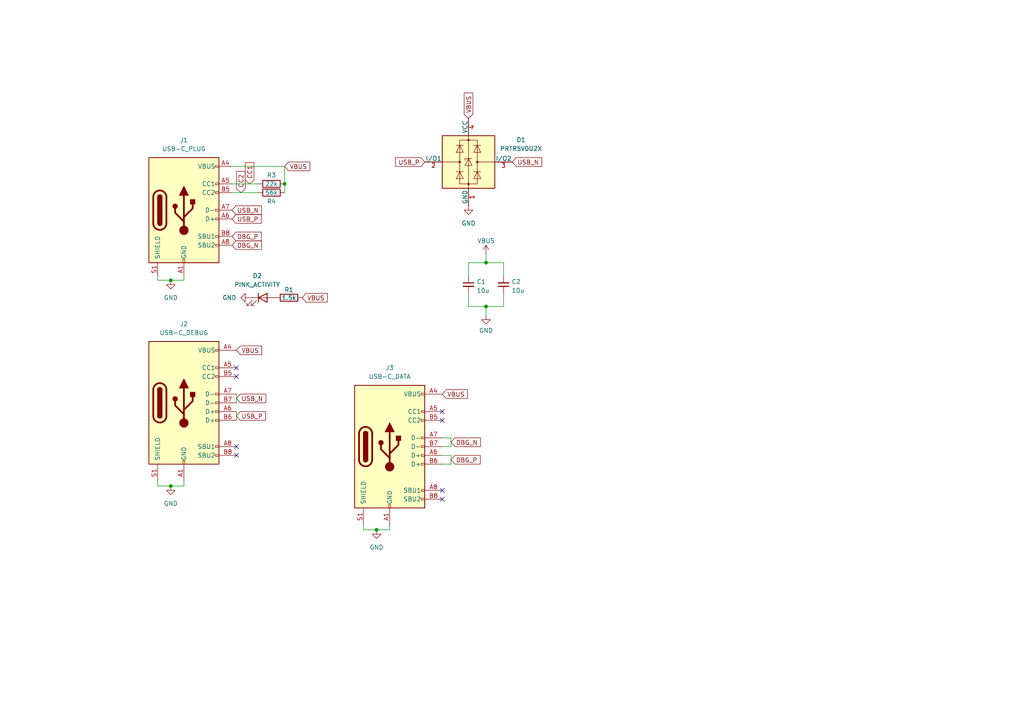
<source format=kicad_sch>
(kicad_sch (version 20231120) (generator "eeschema") (generator_version "8.0")
  (paper "A4")
  (lib_symbols
    (symbol "1_My_Symbols:USB_C_Debug_Plug" (pin_names (offset 1.016))
      (property "Reference" "P" (at -10.16 19.05 0))
      (property "Value" "USB_C_Debug_Plug" (at 12.7 19.05 0))
      (symbol "USB_C_Debug_Plug_0_0"
        (rectangle (start -0.254 -15.24) (end 0.254 -14.224))
        (rectangle (start 10.16 -9.906) (end 9.144 -10.414))
        (rectangle (start 10.16 -7.366) (end 9.144 -7.874))
        (rectangle (start 10.16 -2.286) (end 9.144 -2.794))
        (rectangle (start 10.16 0.254) (end 9.144 -0.254))
        (rectangle (start 10.16 5.334) (end 9.144 4.826))
        (rectangle (start 10.16 7.874) (end 9.144 7.366))
        (rectangle (start 10.16 12.954) (end 9.144 12.446))
        (pin bidirectional line (at 13.97 -10.16 180) (length 3.81) (name "SBU2") (number "A8"))
        (pin bidirectional line (at 13.97 -7.62 180) (length 3.81) (name "SBU1") (number "B8"))
      )
      (symbol "USB_C_Debug_Plug_0_1"
        (rectangle (start -10.16 15.24) (end 10.16 -15.24) (stroke (width 0.254)) (fill (type background)))
        (arc (start -8.89 -3.81) (mid -6.985 -5.7067) (end -5.08 -3.81) (stroke (width 0.508)))
        (arc (start -7.62 -3.81) (mid -6.985 -4.4423) (end -6.35 -3.81) (stroke (width 0.254)))
        (arc (start -7.62 -3.81) (mid -6.985 -4.4423) (end -6.35 -3.81) (stroke (width 0.254)) (fill (type outline)))
        (rectangle (start -7.62 -3.81) (end -6.35 3.81) (stroke (width 0.254)) (fill (type outline)))
        (arc (start -6.35 3.81) (mid -6.985 4.4423) (end -7.62 3.81) (stroke (width 0.254)))
        (arc (start -6.35 3.81) (mid -6.985 4.4423) (end -7.62 3.81) (stroke (width 0.254)) (fill (type outline)))
        (arc (start -5.08 3.81) (mid -6.985 5.7067) (end -8.89 3.81) (stroke (width 0.508)))
        (circle (center -2.54 1.143) (radius 0.635) (stroke (width 0.254)) (fill (type outline)))
        (circle (center 0 -5.842) (radius 1.27) (fill (type outline)))
        (polyline (pts (xy -8.89 -3.81) (xy -8.89 3.81)) (stroke (width 0.508)))
        (polyline (pts (xy -5.08 3.81) (xy -5.08 -3.81)) (stroke (width 0.508)))
        (polyline (pts (xy 0 -5.842) (xy 0 4.318)) (stroke (width 0.508)))
        (polyline (pts (xy 0 -3.302) (xy -2.54 -0.762) (xy -2.54 0.508)) (stroke (width 0.508)))
        (polyline (pts (xy 0 -2.032) (xy 2.54 0.508) (xy 2.54 1.778)) (stroke (width 0.508)))
        (polyline (pts (xy -1.27 4.318) (xy 0 6.858) (xy 1.27 4.318) (xy -1.27 4.318)) (stroke (width 0.254)) (fill (type outline)))
        (rectangle (start 1.905 1.778) (end 3.175 3.048) (stroke (width 0.254)) (fill (type outline)))
      )
      (symbol "USB_C_Debug_Plug_1_1"
        (pin passive line (at 0 -19.05 90) (length 3.81) (name "GND") (number "A1"))
        (pin passive line (at 0 -19.05 90) (length 3.81) hide (name "GND") (number "A12"))
        (pin passive line (at 13.97 12.7 180) (length 3.81) (name "VBUS") (number "A4"))
        (pin bidirectional line (at 13.97 7.62 180) (length 3.81) (name "CC1") (number "A5"))
        (pin bidirectional line (at 13.97 -2.54 180) (length 3.81) (name "D+") (number "A6"))
        (pin bidirectional line (at 13.97 0 180) (length 3.81) (name "D-") (number "A7"))
        (pin passive line (at 13.97 12.7 180) (length 3.81) hide (name "VBUS") (number "A9"))
        (pin passive line (at 0 -19.05 90) (length 3.81) hide (name "GND") (number "B1"))
        (pin passive line (at 0 -19.05 90) (length 3.81) hide (name "GND") (number "B12"))
        (pin passive line (at 13.97 12.7 180) (length 3.81) hide (name "VBUS") (number "B4"))
        (pin bidirectional line (at 13.97 5.08 180) (length 3.81) (name "CC2") (number "B5"))
        (pin passive line (at 13.97 12.7 180) (length 3.81) hide (name "VBUS") (number "B9"))
        (pin passive line (at -7.62 -19.05 90) (length 3.81) (name "SHIELD") (number "S1"))
      )
    )
    (symbol "Connector:USB_C_Receptacle_USB2.0" (pin_names (offset 1.016))
      (property "Reference" "J" (at -10.16 19.05 0))
      (property "Value" "USB_C_Receptacle_USB2.0" (at 19.05 19.05 0))
      (symbol "USB_C_Receptacle_USB2.0_0_0"
        (rectangle (start -0.254 -17.78) (end 0.254 -16.764))
        (rectangle (start 10.16 -14.986) (end 9.144 -15.494))
        (rectangle (start 10.16 -12.446) (end 9.144 -12.954))
        (rectangle (start 10.16 -4.826) (end 9.144 -5.334))
        (rectangle (start 10.16 -2.286) (end 9.144 -2.794))
        (rectangle (start 10.16 0.254) (end 9.144 -0.254))
        (rectangle (start 10.16 2.794) (end 9.144 2.286))
        (rectangle (start 10.16 7.874) (end 9.144 7.366))
        (rectangle (start 10.16 10.414) (end 9.144 9.906))
        (rectangle (start 10.16 15.494) (end 9.144 14.986))
      )
      (symbol "USB_C_Receptacle_USB2.0_0_1"
        (rectangle (start -10.16 17.78) (end 10.16 -17.78) (stroke (width 0.254)) (fill (type background)))
        (arc (start -8.89 -3.81) (mid -6.985 -5.7067) (end -5.08 -3.81) (stroke (width 0.508)))
        (arc (start -7.62 -3.81) (mid -6.985 -4.4423) (end -6.35 -3.81) (stroke (width 0.254)))
        (arc (start -7.62 -3.81) (mid -6.985 -4.4423) (end -6.35 -3.81) (stroke (width 0.254)) (fill (type outline)))
        (rectangle (start -7.62 -3.81) (end -6.35 3.81) (stroke (width 0.254)) (fill (type outline)))
        (arc (start -6.35 3.81) (mid -6.985 4.4423) (end -7.62 3.81) (stroke (width 0.254)))
        (arc (start -6.35 3.81) (mid -6.985 4.4423) (end -7.62 3.81) (stroke (width 0.254)) (fill (type outline)))
        (arc (start -5.08 3.81) (mid -6.985 5.7067) (end -8.89 3.81) (stroke (width 0.508)))
        (circle (center -2.54 1.143) (radius 0.635) (stroke (width 0.254)) (fill (type outline)))
        (circle (center 0 -5.842) (radius 1.27) (fill (type outline)))
        (polyline (pts (xy -8.89 -3.81) (xy -8.89 3.81)) (stroke (width 0.508)))
        (polyline (pts (xy -5.08 3.81) (xy -5.08 -3.81)) (stroke (width 0.508)))
        (polyline (pts (xy 0 -5.842) (xy 0 4.318)) (stroke (width 0.508)))
        (polyline (pts (xy 0 -3.302) (xy -2.54 -0.762) (xy -2.54 0.508)) (stroke (width 0.508)))
        (polyline (pts (xy 0 -2.032) (xy 2.54 0.508) (xy 2.54 1.778)) (stroke (width 0.508)))
        (polyline (pts (xy -1.27 4.318) (xy 0 6.858) (xy 1.27 4.318) (xy -1.27 4.318)) (stroke (width 0.254)) (fill (type outline)))
        (rectangle (start 1.905 1.778) (end 3.175 3.048) (stroke (width 0.254)) (fill (type outline)))
      )
      (symbol "USB_C_Receptacle_USB2.0_1_1"
        (pin passive line (at 0 -22.86 90) (length 5.08) (name "GND") (number "A1"))
        (pin passive line (at 0 -22.86 90) (length 5.08) hide (name "GND") (number "A12"))
        (pin passive line (at 15.24 15.24 180) (length 5.08) (name "VBUS") (number "A4"))
        (pin bidirectional line (at 15.24 10.16 180) (length 5.08) (name "CC1") (number "A5"))
        (pin bidirectional line (at 15.24 -2.54 180) (length 5.08) (name "D+") (number "A6"))
        (pin bidirectional line (at 15.24 2.54 180) (length 5.08) (name "D-") (number "A7"))
        (pin bidirectional line (at 15.24 -12.7 180) (length 5.08) (name "SBU1") (number "A8"))
        (pin passive line (at 15.24 15.24 180) (length 5.08) hide (name "VBUS") (number "A9"))
        (pin passive line (at 0 -22.86 90) (length 5.08) hide (name "GND") (number "B1"))
        (pin passive line (at 0 -22.86 90) (length 5.08) hide (name "GND") (number "B12"))
        (pin passive line (at 15.24 15.24 180) (length 5.08) hide (name "VBUS") (number "B4"))
        (pin bidirectional line (at 15.24 7.62 180) (length 5.08) (name "CC2") (number "B5"))
        (pin bidirectional line (at 15.24 -5.08 180) (length 5.08) (name "D+") (number "B6"))
        (pin bidirectional line (at 15.24 0 180) (length 5.08) (name "D-") (number "B7"))
        (pin bidirectional line (at 15.24 -15.24 180) (length 5.08) (name "SBU2") (number "B8"))
        (pin passive line (at 15.24 15.24 180) (length 5.08) hide (name "VBUS") (number "B9"))
        (pin passive line (at -7.62 -22.86 90) (length 5.08) (name "SHIELD") (number "S1"))
      )
    )
    (symbol "Device:C_Small" (pin_numbers hide) (pin_names (offset 0.254) hide)
      (property "Reference" "C" (at 0.254 1.778 0))
      (property "Value" "C_Small" (at 0.254 -2.032 0))
      (symbol "C_Small_0_1"
        (polyline (pts (xy -1.524 -0.508) (xy 1.524 -0.508)) (stroke (width 0.3302)))
        (polyline (pts (xy -1.524 0.508) (xy 1.524 0.508)) (stroke (width 0.3048)))
      )
      (symbol "C_Small_1_1"
        (pin passive line (at 0 2.54 270) (length 2.032) (name "~") (number "1"))
        (pin passive line (at 0 -2.54 90) (length 2.032) (name "~") (number "2"))
      )
    )
    (symbol "Device:LED" (pin_numbers hide) (pin_names (offset 1.016) hide)
      (property "Reference" "D" (at 0 2.54 0))
      (property "Value" "LED" (at 0 -2.54 0))
      (symbol "LED_0_1"
        (polyline (pts (xy -1.27 -1.27) (xy -1.27 1.27)) (stroke (width 0.254)))
        (polyline (pts (xy -1.27 0) (xy 1.27 0)))
        (polyline (pts (xy 1.27 -1.27) (xy 1.27 1.27) (xy -1.27 0) (xy 1.27 -1.27)) (stroke (width 0.254)))
        (polyline (pts (xy -3.048 -0.762) (xy -4.572 -2.286) (xy -3.81 -2.286) (xy -4.572 -2.286) (xy -4.572 -1.524)))
        (polyline (pts (xy -1.778 -0.762) (xy -3.302 -2.286) (xy -2.54 -2.286) (xy -3.302 -2.286) (xy -3.302 -1.524)))
      )
      (symbol "LED_1_1"
        (pin passive line (at -3.81 0 0) (length 2.54) (name "K") (number "1"))
        (pin passive line (at 3.81 0 180) (length 2.54) (name "A") (number "2"))
      )
    )
    (symbol "Device:R" (pin_numbers hide) (pin_names (offset 0))
      (property "Reference" "R" (at 2.032 0 90))
      (property "Value" "R" (at 0 0 90))
      (symbol "R_0_1"
        (rectangle (start -1.016 -2.54) (end 1.016 2.54) (stroke (width 0.254)))
      )
      (symbol "R_1_1"
        (pin passive line (at 0 3.81 270) (length 1.27) (name "~") (number "1"))
        (pin passive line (at 0 -3.81 90) (length 1.27) (name "~") (number "2"))
      )
    )
    (symbol "GND_1" (power) (pin_numbers hide) (pin_names (offset 0) hide)
      (property "Value" "GND" (at 0 -3.81 0))
      (symbol "GND_1_0_1"
        (polyline (pts (xy 0 0) (xy 0 -1.27) (xy 1.27 -1.27) (xy 0 -2.54) (xy -1.27 -1.27) (xy 0 -1.27)))
      )
      (symbol "GND_1_1_1"
        (pin power_in line (at 0 0 270) (length 0) (name "~") (number "1"))
      )
    )
    (symbol "Power_Protection:PRTR5V0U2X" (pin_names (offset 0))
      (property "Reference" "D" (at 2.794 8.636 0))
      (property "Value" "PRTR5V0U2X" (at 8.128 -9.398 0))
      (symbol "PRTR5V0U2X_0_1"
        (rectangle (start -7.62 -7.62) (end 7.62 7.62) (stroke (width 0.254)) (fill (type background)))
        (circle (center -2.54 0) (radius 0.254) (fill (type outline)))
        (rectangle (start -2.54 6.35) (end 2.54 -6.35))
        (circle (center 0 -6.35) (radius 0.254) (fill (type outline)))
        (polyline (pts (xy -2.54 0) (xy -7.62 0)))
        (polyline (pts (xy -1.524 -2.794) (xy -3.556 -2.794)))
        (polyline (pts (xy -1.524 4.826) (xy -3.556 4.826)))
        (polyline (pts (xy 0 -7.62) (xy 0 7.62)))
        (polyline (pts (xy 1.524 -2.794) (xy 3.556 -2.794)))
        (polyline (pts (xy 1.524 4.826) (xy 3.556 4.826)))
        (polyline (pts (xy 2.54 0) (xy 7.62 0)))
        (polyline (pts (xy 1.016 1.016) (xy -1.016 1.016) (xy -1.016 0.508)))
        (polyline (pts (xy -3.556 -4.826) (xy -1.524 -4.826) (xy -2.54 -2.794) (xy -3.556 -4.826)))
        (polyline (pts (xy -3.556 2.794) (xy -1.524 2.794) (xy -2.54 4.826) (xy -3.556 2.794)))
        (polyline (pts (xy -1.016 -1.016) (xy 1.016 -1.016) (xy 0 1.016) (xy -1.016 -1.016)))
        (polyline (pts (xy 3.556 -4.826) (xy 1.524 -4.826) (xy 2.54 -2.794) (xy 3.556 -4.826)))
        (polyline (pts (xy 3.556 2.794) (xy 1.524 2.794) (xy 2.54 4.826) (xy 3.556 2.794)))
        (circle (center 0 6.35) (radius 0.254) (fill (type outline)))
        (circle (center 2.54 0) (radius 0.254) (fill (type outline)))
      )
      (symbol "PRTR5V0U2X_1_1"
        (pin passive line (at 0 -12.7 90) (length 5.08) (name "GND") (number "1"))
        (pin passive line (at -12.7 0 0) (length 5.08) (name "I/O1") (number "2"))
        (pin passive line (at 12.7 0 180) (length 5.08) (name "I/O2") (number "3"))
        (pin passive line (at 0 12.7 270) (length 5.08) (name "VCC") (number "4"))
      )
    )
    (symbol "power:GND" (power) (pin_names (offset 0))
      (property "Value" "GND" (at 0 -3.81 0))
      (symbol "GND_0_1"
        (polyline (pts (xy 0 0) (xy 0 -1.27) (xy 1.27 -1.27) (xy 0 -2.54) (xy -1.27 -1.27) (xy 0 -1.27)))
      )
      (symbol "GND_1_1"
        (pin power_in line (at 0 0 270) (length 0) hide (name "GND") (number "1"))
      )
    )
    (symbol "power:VBUS" (power) (pin_names (offset 0))
      (property "Value" "VBUS" (at 0 3.81 0))
      (symbol "VBUS_0_1"
        (polyline (pts (xy -0.762 1.27) (xy 0 2.54)))
        (polyline (pts (xy 0 0) (xy 0 2.54)))
        (polyline (pts (xy 0 2.54) (xy 0.762 1.27)))
      )
      (symbol "VBUS_1_1"
        (pin power_in line (at 0 0 90) (length 0) hide (name "VBUS") (number "1"))
      )
    )
  )
  (junction (at 82.55 53.34))
  (junction (at 109.22 153.67))
  (junction (at 140.97 88.9))
  (junction (at 49.53 140.97))
  (junction (at 49.53 81.28))
  (junction (at 140.97 76.2))
  (no_connect (at 68.58 106.68))
  (no_connect (at 128.27 144.78))
  (no_connect (at 68.58 109.22))
  (no_connect (at 68.58 132.08))
  (no_connect (at 128.27 142.24))
  (no_connect (at 128.27 119.38))
  (no_connect (at 128.27 121.92))
  (no_connect (at 68.58 129.54))
  (wire (pts (xy 68.58 114.3) (xy 68.58 116.84)))
  (wire (pts (xy 135.89 85.09) (xy 135.89 88.9)))
  (wire (pts (xy 146.05 76.2) (xy 146.05 80.01)))
  (wire (pts (xy 49.53 140.97) (xy 53.34 140.97)))
  (wire (pts (xy 135.89 76.2) (xy 135.89 80.01)))
  (wire (pts (xy 53.34 140.97) (xy 53.34 139.7)))
  (wire (pts (xy 105.41 153.67) (xy 109.22 153.67)))
  (wire (pts (xy 146.05 85.09) (xy 146.05 88.9)))
  (wire (pts (xy 67.31 53.34) (xy 74.93 53.34)))
  (wire (pts (xy 82.55 53.34) (xy 82.55 48.26)))
  (wire (pts (xy 45.72 140.97) (xy 49.53 140.97)))
  (wire (pts (xy 109.22 153.67) (xy 113.03 153.67)))
  (wire (pts (xy 82.55 55.88) (xy 82.55 53.34)))
  (wire (pts (xy 45.72 81.28) (xy 49.53 81.28)))
  (wire (pts (xy 45.72 139.7) (xy 45.72 140.97)))
  (wire (pts (xy 45.72 80.01) (xy 45.72 81.28)))
  (wire (pts (xy 67.31 55.88) (xy 74.93 55.88)))
  (wire (pts (xy 49.53 81.28) (xy 53.34 81.28)))
  (wire (pts (xy 140.97 88.9) (xy 135.89 88.9)))
  (wire (pts (xy 105.41 152.4) (xy 105.41 153.67)))
  (wire (pts (xy 130.81 134.62) (xy 128.27 134.62)))
  (wire (pts (xy 130.81 127) (xy 130.81 129.54)))
  (wire (pts (xy 130.81 132.08) (xy 130.81 134.62)))
  (wire (pts (xy 130.81 129.54) (xy 128.27 129.54)))
  (wire (pts (xy 140.97 76.2) (xy 140.97 73.66)))
  (wire (pts (xy 68.58 119.38) (xy 68.58 121.92)))
  (wire (pts (xy 113.03 153.67) (xy 113.03 152.4)))
  (wire (pts (xy 146.05 88.9) (xy 140.97 88.9)))
  (wire (pts (xy 67.31 48.26) (xy 82.55 48.26)))
  (wire (pts (xy 140.97 88.9) (xy 140.97 91.44)))
  (wire (pts (xy 53.34 81.28) (xy 53.34 80.01)))
  (wire (pts (xy 140.97 76.2) (xy 146.05 76.2)))
  (wire (pts (xy 140.97 76.2) (xy 135.89 76.2)))
  (wire (pts (xy 128.27 127) (xy 130.81 127)))
  (wire (pts (xy 128.27 132.08) (xy 130.81 132.08)))
  (global_label "VBUS" (shape input) (at 128.27 114.3 0) (property "Intersheetrefs" "${INTERSHEET_REFS}" (effects (hide yes))))
  (global_label "CC1" (shape input) (at 72.39 53.34 90) (property "Intersheetrefs" "${INTERSHEET_REFS}" (effects (hide yes))))
  (global_label "CC2" (shape input) (at 69.85 55.88 90) (property "Intersheetrefs" "${INTERSHEET_REFS}" (effects (hide yes))))
  (global_label "USB_N" (shape input) (at 148.59 46.99 0) (property "Intersheetrefs" "${INTERSHEET_REFS}" (effects (hide yes))))
  (global_label "DBG_P" (shape input) (at 67.31 68.58 0) (property "Intersheetrefs" "${INTERSHEET_REFS}" (effects (hide yes))))
  (global_label "VBUS" (shape input) (at 82.55 48.26 0) (property "Intersheetrefs" "${INTERSHEET_REFS}" (effects (hide yes))))
  (global_label "USB_P" (shape input) (at 123.19 46.99 180) (property "Intersheetrefs" "${INTERSHEET_REFS}" (effects (hide yes))))
  (global_label "USB_P" (shape input) (at 67.31 63.5 0) (property "Intersheetrefs" "${INTERSHEET_REFS}" (effects (hide yes))))
  (global_label "USB_N" (shape input) (at 67.31 60.96 0) (property "Intersheetrefs" "${INTERSHEET_REFS}" (effects (hide yes))))
  (global_label "DBG_P" (shape input) (at 130.81 133.35 0) (property "Intersheetrefs" "${INTERSHEET_REFS}" (effects (hide yes))))
  (global_label "DBG_N" (shape input) (at 67.31 71.12 0) (property "Intersheetrefs" "${INTERSHEET_REFS}" (effects (hide yes))))
  (global_label "USB_N" (shape input) (at 68.58 115.57 0) (property "Intersheetrefs" "${INTERSHEET_REFS}" (effects (hide yes))))
  (global_label "DBG_N" (shape input) (at 130.81 128.27 0) (property "Intersheetrefs" "${INTERSHEET_REFS}" (effects (hide yes))))
  (global_label "USB_P" (shape input) (at 68.58 120.65 0) (property "Intersheetrefs" "${INTERSHEET_REFS}" (effects (hide yes))))
  (global_label "VBUS" (shape input) (at 135.89 34.29 90) (property "Intersheetrefs" "${INTERSHEET_REFS}" (effects (hide yes))))
  (global_label "VBUS" (shape input) (at 87.63 86.36 0) (property "Intersheetrefs" "${INTERSHEET_REFS}" (effects (hide yes))))
  (global_label "VBUS" (shape input) (at 68.58 101.6 0) (property "Intersheetrefs" "${INTERSHEET_REFS}" (effects (hide yes))))
  (symbol (lib_id "Power_Protection:PRTR5V0U2X") (at 135.89 46.99 0) (unit 1)
    (property "Reference" "D1" (at 151.13 40.5698 0))
    (property "Value" "PRTR5V0U2X" (at 151.13 43.1098 0))
    (property "Footprint" "Package_TO_SOT_SMD:SOT-143" (effects (hide yes)))
    (property "Datasheet" "https://assets.nexperia.com/documents/data-sheet/PRTR5V0U2X.pdf" (effects (hide yes)))
    (property "Description" "Ultra low capacitance double rail-to-rail ESD protection diode, SOT-143" (effects (hide yes)))
  )
  (symbol (lib_id "Device:R") (at 78.74 53.34 90) (unit 1)
    (property "Reference" "R3" (at 78.74 50.8 90))
    (property "Value" "22k" (at 78.74 53.34 90))
    (property "Footprint" "Resistor_SMD:R_0402_1005Metric" (effects (hide yes)))
  )
  (symbol (lib_id "Connector:USB_C_Receptacle_USB2.0") (at 113.03 129.54 0) (unit 1)
    (property "Reference" "J3" (at 113.03 106.68 0))
    (property "Value" "USB-C_DATA" (at 113.03 109.22 0))
    (property "Footprint" "Connector_USB:USB_C_Receptacle_HRO_TYPE-C-31-M-12" (effects (hide yes)))
    (property "Datasheet" "https://www.usb.org/sites/default/files/documents/usb_type-c.zip" (effects (hide yes)))
  )
  (symbol (lib_id "power:GND") (at 135.89 59.69 0) (unit 1)
    (property "Reference" "#PWR06" (effects (hide yes)))
    (property "Value" "GND" (at 135.89 64.77 0))
  )
  (symbol (lib_id "power:VBUS") (at 140.97 73.66 0) (unit 1)
    (property "Reference" "#PWR01" (effects (hide yes)))
    (property "Value" "VBUS" (at 140.97 69.85 0))
  )
  (symbol (lib_id "Device:R") (at 83.82 86.36 90) (unit 1)
    (property "Reference" "R1" (at 83.82 84.074 90))
    (property "Value" "1.5k" (at 83.82 86.36 90))
    (property "Footprint" "Resistor_SMD:R_0402_1005Metric" (effects (hide yes)))
    (property "Description" "Resistor" (effects (hide yes)))
  )
  (symbol (lib_id "Device:LED") (at 76.2 86.36 0) (unit 1)
    (property "Reference" "D2" (at 74.6125 80.01 0))
    (property "Value" "PINK_ACTIVITY" (at 74.6125 82.55 0))
    (property "Footprint" "LED_SMD:LED_0603_1608Metric" (effects (hide yes)))
    (property "Description" "Light emitting diode" (effects (hide yes)))
  )
  (symbol (lib_name "GND_1") (lib_id "power:GND") (at 72.39 86.36 270) (unit 1)
    (property "Reference" "#PWR07" (effects (hide yes)))
    (property "Value" "GND" (at 68.58 86.3599 90) (effects (justify right)))
    (property "Description" "Power symbol creates a global label with name \"GND\" , ground" (effects (hide yes)))
  )
  (symbol (lib_id "power:GND") (at 49.53 81.28 0) (unit 1)
    (property "Reference" "#PWR02" (effects (hide yes)))
    (property "Value" "GND" (at 49.53 86.36 0))
  )
  (symbol (lib_id "power:GND") (at 109.22 153.67 0) (unit 1)
    (property "Reference" "#PWR05" (effects (hide yes)))
    (property "Value" "GND" (at 109.22 158.75 0))
  )
  (symbol (lib_id "Connector:USB_C_Receptacle_USB2.0") (at 53.34 116.84 0) (unit 1)
    (property "Reference" "J2" (at 53.34 93.98 0))
    (property "Value" "USB-C_DEBUG" (at 53.34 96.52 0))
    (property "Footprint" "Connector_USB:USB_C_Receptacle_HRO_TYPE-C-31-M-12" (effects (hide yes)))
    (property "Datasheet" "https://www.usb.org/sites/default/files/documents/usb_type-c.zip" (effects (hide yes)))
  )
  (symbol (lib_id "power:GND") (at 140.97 91.44 0) (unit 1)
    (property "Reference" "#PWR03" (effects (hide yes)))
    (property "Value" "GND" (at 140.97 95.8834 0))
  )
  (symbol (lib_id "Device:R") (at 78.74 55.88 90) (unit 1)
    (property "Reference" "R4" (at 78.74 58.42 90))
    (property "Value" "56k" (at 78.74 55.88 90))
    (property "Footprint" "Resistor_SMD:R_0402_1005Metric" (effects (hide yes)))
  )
  (symbol (lib_id "1_My_Symbols:USB_C_Debug_Plug") (at 53.34 60.96 0) (unit 1)
    (property "Reference" "J1" (at 53.34 40.64 0))
    (property "Value" "USB-C_PLUG" (at 53.34 43.18 0))
    (property "Footprint" "Connector_USB:USB_C_Plug_Molex_105444" (effects (hide yes)))
  )
  (symbol (lib_id "Device:C_Small") (at 135.89 82.55 0) (unit 1)
    (property "Reference" "C1" (at 138.2141 81.7216 0) (effects (justify left)))
    (property "Value" "10u" (at 138.2141 84.2585 0) (effects (justify left)))
    (property "Footprint" "Capacitor_SMD:C_0402_1005Metric" (effects (hide yes)))
  )
  (symbol (lib_id "power:GND") (at 49.53 140.97 0) (unit 1)
    (property "Reference" "#PWR04" (effects (hide yes)))
    (property "Value" "GND" (at 49.53 146.05 0))
  )
  (symbol (lib_id "Device:C_Small") (at 146.05 82.55 180) (unit 1)
    (property "Reference" "C2" (at 148.3741 81.7089 0) (effects (justify right)))
    (property "Value" "10u" (at 148.3741 84.2458 0) (effects (justify right)))
    (property "Footprint" "Capacitor_SMD:C_0402_1005Metric" (effects (hide yes)))
  )
)
</source>
